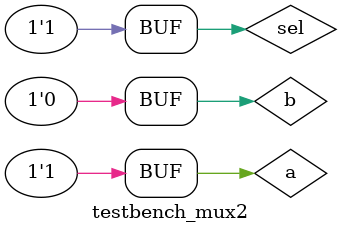
<source format=v>
module testbench_mux2;

	// Inputs
	reg a;
	reg b;
	reg sel;

	// Outputs
	wire out;

	// Instantiate the Unit Under Test (UUT)
	mux2 uut (
		.a(a),
		.b(b),
		.sel(sel),
		.out(out)
	);

	initial begin
		// Initialize Inputs
		a = 0;
		b = 1;
		sel = 0;	// Expected: out = 0
		
		// Wait 100 ns for global reset to finish
		#100;
		sel = 1;
		a = 1;
		b = 0;		// Expected: out = 1
        
		// Add stimulus here

	end
      
endmodule

</source>
